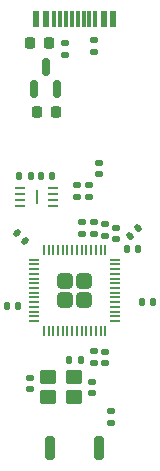
<source format=gbr>
%TF.GenerationSoftware,KiCad,Pcbnew,9.0.5*%
%TF.CreationDate,2025-12-04T18:44:12-08:00*%
%TF.ProjectId,devboard,64657662-6f61-4726-942e-6b696361645f,rev?*%
%TF.SameCoordinates,Original*%
%TF.FileFunction,Paste,Top*%
%TF.FilePolarity,Positive*%
%FSLAX46Y46*%
G04 Gerber Fmt 4.6, Leading zero omitted, Abs format (unit mm)*
G04 Created by KiCad (PCBNEW 9.0.5) date 2025-12-04 18:44:12*
%MOMM*%
%LPD*%
G01*
G04 APERTURE LIST*
G04 Aperture macros list*
%AMRoundRect*
0 Rectangle with rounded corners*
0 $1 Rounding radius*
0 $2 $3 $4 $5 $6 $7 $8 $9 X,Y pos of 4 corners*
0 Add a 4 corners polygon primitive as box body*
4,1,4,$2,$3,$4,$5,$6,$7,$8,$9,$2,$3,0*
0 Add four circle primitives for the rounded corners*
1,1,$1+$1,$2,$3*
1,1,$1+$1,$4,$5*
1,1,$1+$1,$6,$7*
1,1,$1+$1,$8,$9*
0 Add four rect primitives between the rounded corners*
20,1,$1+$1,$2,$3,$4,$5,0*
20,1,$1+$1,$4,$5,$6,$7,0*
20,1,$1+$1,$6,$7,$8,$9,0*
20,1,$1+$1,$8,$9,$2,$3,0*%
G04 Aperture macros list end*
%ADD10RoundRect,0.135000X0.135000X0.185000X-0.135000X0.185000X-0.135000X-0.185000X0.135000X-0.185000X0*%
%ADD11RoundRect,0.135000X-0.185000X0.135000X-0.185000X-0.135000X0.185000X-0.135000X0.185000X0.135000X0*%
%ADD12RoundRect,0.250000X-0.450000X-0.350000X0.450000X-0.350000X0.450000X0.350000X-0.450000X0.350000X0*%
%ADD13RoundRect,0.140000X0.170000X-0.140000X0.170000X0.140000X-0.170000X0.140000X-0.170000X-0.140000X0*%
%ADD14RoundRect,0.140000X0.140000X0.170000X-0.140000X0.170000X-0.140000X-0.170000X0.140000X-0.170000X0*%
%ADD15RoundRect,0.150000X0.150000X-0.587500X0.150000X0.587500X-0.150000X0.587500X-0.150000X-0.587500X0*%
%ADD16RoundRect,0.140000X-0.170000X0.140000X-0.170000X-0.140000X0.170000X-0.140000X0.170000X0.140000X0*%
%ADD17RoundRect,0.135000X-0.135000X-0.185000X0.135000X-0.185000X0.135000X0.185000X-0.135000X0.185000X0*%
%ADD18RoundRect,0.225000X0.225000X0.250000X-0.225000X0.250000X-0.225000X-0.250000X0.225000X-0.250000X0*%
%ADD19RoundRect,0.225000X-0.225000X-0.250000X0.225000X-0.250000X0.225000X0.250000X-0.225000X0.250000X0*%
%ADD20RoundRect,0.040000X-0.040000X-0.605000X0.040000X-0.605000X0.040000X0.605000X-0.040000X0.605000X0*%
%ADD21RoundRect,0.062500X-0.387500X-0.062500X0.387500X-0.062500X0.387500X0.062500X-0.387500X0.062500X0*%
%ADD22RoundRect,0.135000X0.185000X-0.135000X0.185000X0.135000X-0.185000X0.135000X-0.185000X-0.135000X0*%
%ADD23RoundRect,0.140000X-0.140000X-0.170000X0.140000X-0.170000X0.140000X0.170000X-0.140000X0.170000X0*%
%ADD24RoundRect,0.140000X0.219203X0.021213X0.021213X0.219203X-0.219203X-0.021213X-0.021213X-0.219203X0*%
%ADD25RoundRect,0.140000X0.021213X-0.219203X0.219203X-0.021213X-0.021213X0.219203X-0.219203X0.021213X0*%
%ADD26R,0.600000X1.450000*%
%ADD27R,0.300000X1.450000*%
%ADD28RoundRect,0.200000X-0.200000X-0.800000X0.200000X-0.800000X0.200000X0.800000X-0.200000X0.800000X0*%
%ADD29RoundRect,0.249999X-0.395001X-0.395001X0.395001X-0.395001X0.395001X0.395001X-0.395001X0.395001X0*%
%ADD30RoundRect,0.050000X-0.387500X-0.050000X0.387500X-0.050000X0.387500X0.050000X-0.387500X0.050000X0*%
%ADD31RoundRect,0.050000X-0.050000X-0.387500X0.050000X-0.387500X0.050000X0.387500X-0.050000X0.387500X0*%
G04 APERTURE END LIST*
D10*
%TO.C,R6*%
X149549999Y-77550000D03*
X148530001Y-77550000D03*
%TD*%
D11*
%TO.C,R1*%
X154880000Y-66000001D03*
X154880000Y-67019999D03*
%TD*%
D12*
%TO.C,Crystal24*%
X150990000Y-96270000D03*
X153190000Y-96270000D03*
X153190000Y-94570000D03*
X150990000Y-94570000D03*
%TD*%
D13*
%TO.C,C4*%
X154460000Y-79270000D03*
X154460000Y-78310000D03*
%TD*%
%TO.C,C6*%
X156790000Y-82900000D03*
X156790000Y-81940000D03*
%TD*%
D14*
%TO.C,C17*%
X151400000Y-77520000D03*
X150440000Y-77520000D03*
%TD*%
D15*
%TO.C,U2*%
X149870000Y-70185000D03*
X151770000Y-70185000D03*
X150820000Y-68310000D03*
%TD*%
D16*
%TO.C,C16*%
X149520000Y-94600000D03*
X149520000Y-95560000D03*
%TD*%
D17*
%TO.C,R5*%
X152810000Y-93110000D03*
X153830000Y-93110000D03*
%TD*%
D18*
%TO.C,C13*%
X151080000Y-66240000D03*
X149530000Y-66240000D03*
%TD*%
D11*
%TO.C,R3*%
X154880000Y-81440000D03*
X154880000Y-82459998D03*
%TD*%
D14*
%TO.C,C2*%
X148520000Y-88510000D03*
X147560000Y-88510000D03*
%TD*%
D19*
%TO.C,C14*%
X150115000Y-72090000D03*
X151665000Y-72090000D03*
%TD*%
D20*
%TO.C,U3*%
X150060000Y-79317500D03*
D21*
X148635000Y-78567500D03*
X148635000Y-79067500D03*
X148635000Y-79567500D03*
X148635000Y-80067500D03*
X151485000Y-80067500D03*
X151485000Y-79567500D03*
X151485000Y-79067500D03*
X151485000Y-78567500D03*
%TD*%
D22*
%TO.C,R2*%
X152430000Y-67309999D03*
X152430000Y-66290001D03*
%TD*%
D16*
%TO.C,C3*%
X154900000Y-92390000D03*
X154900000Y-93350000D03*
%TD*%
D13*
%TO.C,C10*%
X153510000Y-79280000D03*
X153510000Y-78320000D03*
%TD*%
D23*
%TO.C,C8*%
X158960000Y-88240000D03*
X159920000Y-88240000D03*
%TD*%
D24*
%TO.C,C1*%
X149039411Y-83079411D03*
X148360589Y-82400589D03*
%TD*%
D25*
%TO.C,C9*%
X157970589Y-82599411D03*
X158649411Y-81920589D03*
%TD*%
D13*
%TO.C,C5*%
X155350000Y-77380000D03*
X155350000Y-76420000D03*
%TD*%
D22*
%TO.C,R7*%
X156350000Y-98429999D03*
X156350000Y-97410001D03*
%TD*%
D13*
%TO.C,C15*%
X154720000Y-95910000D03*
X154720000Y-94950000D03*
%TD*%
D23*
%TO.C,C7*%
X157680000Y-83710000D03*
X158640000Y-83710000D03*
%TD*%
D26*
%TO.C,J1*%
X156530000Y-64275000D03*
X155730000Y-64275000D03*
D27*
X154530000Y-64275000D03*
X153530000Y-64275000D03*
X153030000Y-64275000D03*
X152030000Y-64275000D03*
D26*
X150830000Y-64275000D03*
X150030000Y-64275000D03*
X150030000Y-64275000D03*
X150830000Y-64275000D03*
D27*
X151530000Y-64275000D03*
X152530000Y-64275000D03*
X154030000Y-64275000D03*
X155030000Y-64275000D03*
D26*
X155730000Y-64275000D03*
X156530000Y-64275000D03*
%TD*%
D28*
%TO.C,SW1*%
X151180000Y-100560000D03*
X155380000Y-100560000D03*
%TD*%
D29*
%TO.C,U1*%
X152470000Y-86420000D03*
X152470000Y-88020000D03*
X154070000Y-86420000D03*
X154070000Y-88020000D03*
D30*
X149832500Y-84620000D03*
X149832500Y-85020000D03*
X149832500Y-85420000D03*
X149832500Y-85820000D03*
X149832500Y-86220000D03*
X149832500Y-86620000D03*
X149832500Y-87020000D03*
X149832500Y-87420000D03*
X149832500Y-87820000D03*
X149832500Y-88220000D03*
X149832500Y-88620000D03*
X149832500Y-89020000D03*
X149832500Y-89420000D03*
X149832500Y-89820000D03*
D31*
X150670000Y-90657500D03*
X151070000Y-90657500D03*
X151470000Y-90657500D03*
X151870000Y-90657500D03*
X152270000Y-90657500D03*
X152670000Y-90657500D03*
X153070000Y-90657500D03*
X153470000Y-90657500D03*
X153870000Y-90657500D03*
X154270000Y-90657500D03*
X154670000Y-90657500D03*
X155070000Y-90657500D03*
X155470000Y-90657500D03*
X155870000Y-90657500D03*
D30*
X156707500Y-89820000D03*
X156707500Y-89420000D03*
X156707500Y-89020000D03*
X156707500Y-88620000D03*
X156707500Y-88220000D03*
X156707500Y-87820000D03*
X156707500Y-87420000D03*
X156707500Y-87020000D03*
X156707500Y-86620000D03*
X156707500Y-86220000D03*
X156707500Y-85820000D03*
X156707500Y-85420000D03*
X156707500Y-85020000D03*
X156707500Y-84620000D03*
D31*
X155870000Y-83782500D03*
X155470000Y-83782500D03*
X155070000Y-83782500D03*
X154670000Y-83782500D03*
X154270000Y-83782500D03*
X153870000Y-83782500D03*
X153470000Y-83782500D03*
X153070000Y-83782500D03*
X152670000Y-83782500D03*
X152270000Y-83782500D03*
X151870000Y-83782500D03*
X151470000Y-83782500D03*
X151070000Y-83782500D03*
X150670000Y-83782500D03*
%TD*%
D11*
%TO.C,R4*%
X153930000Y-81460000D03*
X153930000Y-82479998D03*
%TD*%
D16*
%TO.C,C11*%
X155820000Y-92420000D03*
X155820000Y-93380000D03*
%TD*%
D13*
%TO.C,C12*%
X155830000Y-82580000D03*
X155830000Y-81620000D03*
%TD*%
M02*

</source>
